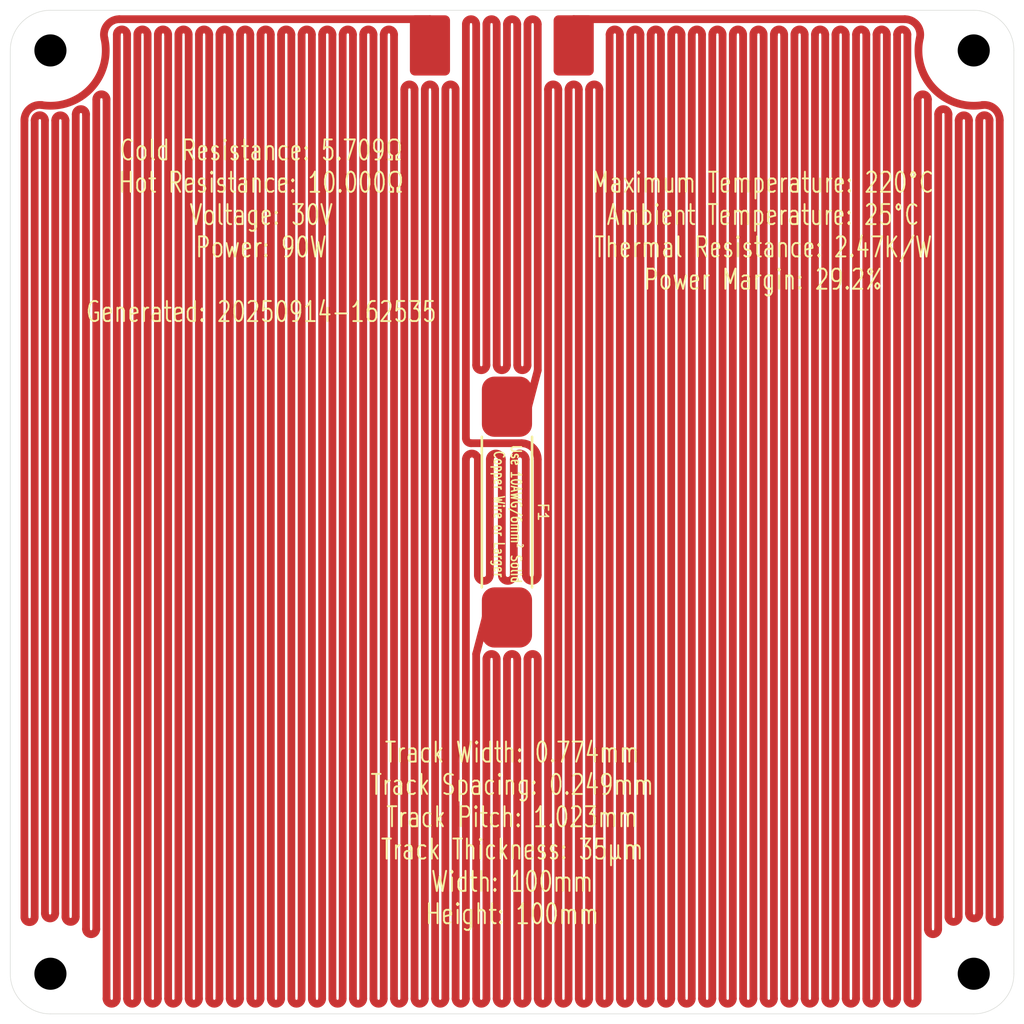
<source format=kicad_pcb>
(kicad_pcb (version 20241229) (generator "pcbnew") (generator_version "9.0")
  (layers (0 "F.Cu" signal) (2 "B.Cu" signal) (13 "F.Paste" user) (15 "B.Paste" user) (5 "F.SilkS" user "F.Silkscreen") (7 "B.SilkS" user "B.Silkscreen") (1 "F.Mask" user) (3 "B.Mask" user) (25 "Edge.Cuts" user))
  (net 0 "")
  (net 1 "Net-(J2-Pin_1)")
  (net 2 "Net-(J1-Pin_1)")
  (footprint "blg:MountingHole_3.2mm_M3_NoPad_TopLarge" (layer "F.Cu") (at 151 59)
    (property "Reference" "REF**" (hide yes))
    (property "Value" "MountingHole_3.2mm_M3_NoPad_TopLarge" (hide yes))
    (pad "" np_thru_hole circle (at 0 0) (size 7.6 7.6) (drill 3.2) (layers))
  )
  (footprint "blg:SMD_PowerConnection_4x6mm" (layer "F.Cu") (at 111.138 58.5 -90)
    (property "Reference" "J2" (hide yes))
    (property "Value" "Hotplate_Power_Connection" (hide yes))
    (pad "1" smd roundrect (at 0 0 270) (size 6 4) (layers "F.Cu" "F.Mask" "F.Paste") (roundrect_rratio 0.125) (net 1 "Net-(J2-Pin_1)"))
  )
  (footprint "blg:MountingHole_3.2mm_M3_NoPad_TopLarge" (layer "F.Cu") (at 59 151)
    (property "Reference" "REF**" (hide yes))
    (property "Value" "MountingHole_3.2mm_M3_NoPad_TopLarge" (hide yes))
    (pad "" np_thru_hole circle (at 0 0) (size 7.6 7.6) (drill 3.2) (layers))
  )
  (footprint "blg:MountingHole_3.2mm_M3_NoPad_TopLarge" (layer "F.Cu") (at 151 151)
    (property "Reference" "REF**" (hide yes))
    (property "Value" "MountingHole_3.2mm_M3_NoPad_TopLarge" (hide yes))
    (pad "" np_thru_hole circle (at 0 0) (size 7.6 7.6) (drill 3.2) (layers))
  )
  (footprint "blg:SMD_PowerConnection_4x6mm" (layer "F.Cu") (at 96.816 58.5 -90)
    (property "Reference" "J1" (hide yes))
    (property "Value" "Hotplate_Power_Connection" (hide yes))
    (pad "1" smd roundrect (at 0 0 270) (size 6 4) (layers "F.Cu" "F.Mask" "F.Paste") (roundrect_rratio 0.125) (net 2 "Net-(J1-Pin_1)"))
  )
  (footprint "blg:Thermal Fuse, Front, 25mm" (layer "F.Cu") (at 104.4885 105 -90)
    (property "Reference" "F1" (at 0 -3.6 270) (layer "F.SilkS"))
    (property "Value" "~")
    (fp_line (start -7.5 2.5) (end 7.5 2.5) (stroke (width 0.25)) (layer "F.SilkS"))
    (fp_line (start -7.5 -2.5) (end 7.5 -2.5) (stroke (width 0.25)) (layer "F.SilkS"))
    (fp_text user "Use 10AWG/6mm  Solid" (at 0.2 -0.9 270) (layer "F.SilkS") (effects (font (size 1 0.75))))
    (fp_text user "2" (at 3.35 -1.3 270) (layer "F.SilkS") (effects (font (size 0.6 0.4) (thickness 0.1))))
    (fp_text user "Copper Wire or Larger" (at 0.2 0.8 270) (layer "F.SilkS") (effects (font (size 1 0.75))))
    (pad "1" smd roundrect (at -10.5 0 270) (size 6 5) (layers "F.Cu" "F.Mask") (net 2 "Net-(J1-Pin_1)"))
    (pad "2" smd roundrect (at 10.5 0 270) (size 6 5) (layers "F.Cu" "F.Mask") (net 1 "Net-(J2-Pin_1)"))
  )
  (footprint "blg:MountingHole_3.2mm_M3_NoPad_TopLarge" (layer "F.Cu") (at 59 59)
    (property "Reference" "REF**" (hide yes))
    (property "Value" "MountingHole_3.2mm_M3_NoPad_TopLarge" (hide yes))
    (pad "" np_thru_hole circle (at 0 0) (size 7.6 7.6) (drill 3.2) (layers))
  )
  (gr_arc (start 55 59) (mid 56.171573 56.171573) (end 59 55) (stroke (width 0.05)) (layer "Edge.Cuts"))
  (gr_line (start 155 59) (end 155 151) (stroke (width 0.05)) (layer "Edge.Cuts"))
  (gr_arc (start 59 155) (mid 56.171573 153.828427) (end 55 151) (stroke (width 0.05)) (layer "Edge.Cuts"))
  (gr_line (start 59 155) (end 151 155) (stroke (width 0.05)) (layer "Edge.Cuts"))
  (gr_line (start 55 59) (end 55 151) (stroke (width 0.05)) (layer "Edge.Cuts"))
  (gr_arc (start 155 151) (mid 153.828427 153.828427) (end 151 155) (stroke (width 0.05)) (layer "Edge.Cuts"))
  (gr_arc (start 151 55) (mid 153.828427 56.171573) (end 155 59) (stroke (width 0.05)) (layer "Edge.Cuts"))
  (gr_line (start 59 55) (end 151 55) (stroke (width 0.05)) (layer "Edge.Cuts"))
  (gr_text "Track Width: 0.774mm\nTrack Spacing: 0.249mm\nTrack Pitch: 1.023mm\nTrack Thickness: 35µm\nWidth: 100mm\nHeight: 100mm" (at 105 137 0) (layer "F.SilkS") (effects (font (size 2 1.5) (thickness 0.1875))))
  (gr_text "Maximum Temperature: 220°C\nAmbient Temperature: 25°C\nThermal Resistance: 2.47K/W\nPower Margin: 29.2%" (at 130 77 0) (layer "F.SilkS") (effects (font (size 2 1.5) (thickness 0.1875))))
  (gr_text "Cold Resistance: 5.709Ω\nHot Resistance: 10.000Ω\nVoltage: 30V\nPower: 90W\n\nGenerated: 20250914-162535" (at 80 77 0) (layer "F.SilkS") (effects (font (size 2 1.5) (thickness 0.1875))))
  (segment (start 109.6035 62.8985) (end 109.6035 153.477) (width 0.773999) (layer "F.Cu") (net 1))
  (segment (start 123.9255 57.4215) (end 123.9255 153.477) (width 0.773999) (layer "F.Cu") (net 1))
  (segment (start 111.138 55.887) (end 111.138 58.5) (width 0.773999) (layer "F.Cu") (net 1))
  (segment (start 149.5005 145.32264) (end 149.5005 65.976386) (width 0.773999) (layer "F.Cu") (net 1))
  (segment (start 105.5115 119.648499) (end 105.5115 153.477) (width 0.773999) (layer "F.Cu") (net 1))
  (segment (start 145.4085 153.477) (end 145.4085 63.882593) (width 0.773999) (layer "F.Cu") (net 1))
  (segment (start 115.7415 57.4215) (end 115.7415 153.477) (width 0.773999) (layer "F.Cu") (net 1))
  (segment (start 118.8105 153.477) (end 118.8105 57.4215) (width 0.773999) (layer "F.Cu") (net 1))
  (segment (start 125.971499 57.4215) (end 125.971499 153.477) (width 0.773999) (layer "F.Cu") (net 1))
  (segment (start 133.1325 153.477) (end 133.1325 57.4215) (width 0.773999) (layer "F.Cu") (net 1))
  (segment (start 137.2245 153.477) (end 137.2245 57.4215) (width 0.773999) (layer "F.Cu") (net 1))
  (segment (start 150.5235 65.976386) (end 150.5235 144.977101) (width 0.773999) (layer "F.Cu") (net 1))
  (segment (start 112.6725 153.477) (end 112.6725 62.8985) (width 0.773999) (layer "F.Cu") (net 1))
  (segment (start 141.3165 153.477) (end 141.3165 57.4215) (width 0.773999) (layer "F.Cu") (net 1))
  (segment (start 108.5805 153.477) (end 108.5805 62.8985) (width 0.773999) (layer "F.Cu") (net 1))
  (segment (start 151.5465 144.977101) (end 151.5465 65.966114) (width 0.773999) (layer "F.Cu") (net 1))
  (segment (start 124.9485 153.477) (end 124.9485 57.4215) (width 0.773999) (layer "F.Cu") (net 1))
  (segment (start 110.6265 153.477) (end 110.6265 62.8985) (width 0.773999) (layer "F.Cu") (net 1))
  (segment (start 101.4195 119.136999) (end 101.4195 153.477) (width 0.773999) (layer "F.Cu") (net 1))
  (segment (start 106.5345 153.477) (end 106.5345 119.648499) (width 0.773999) (layer "F.Cu") (net 1))
  (segment (start 129.0405 153.477) (end 129.0405 57.4215) (width 0.773999) (layer "F.Cu") (net 1))
  (segment (start 140.2935 57.4215) (end 140.2935 153.477) (width 0.773999) (layer "F.Cu") (net 1))
  (segment (start 144.133089 55.887) (end 111.138 55.887) (width 0.773999) (layer "F.Cu") (net 1))
  (segment (start 120.8565 153.477) (end 120.8565 57.4215) (width 0.773999) (layer "F.Cu") (net 1))
  (segment (start 107.5575 119.648499) (end 107.5575 153.477) (width 0.773999) (layer "F.Cu") (net 1))
  (segment (start 132.1095 57.4215) (end 132.1095 153.477) (width 0.773999) (layer "F.Cu") (net 1))
  (segment (start 126.994499 153.477) (end 126.994499 57.4215) (width 0.773999) (layer "F.Cu") (net 1))
  (segment (start 116.7645 153.477) (end 116.7645 57.4215) (width 0.773999) (layer "F.Cu") (net 1))
  (segment (start 152.5695 65.966114) (end 152.5695 145.347923) (width 0.773999) (layer "F.Cu") (net 1))
  (segment (start 113.6955 62.8985) (end 113.6955 153.477) (width 0.773999) (layer "F.Cu") (net 1))
  (segment (start 144.3855 57.4215) (end 144.3855 153.477) (width 0.773999) (layer "F.Cu") (net 1))
  (segment (start 146.4315 63.882593) (end 146.4315 146.548339) (width 0.773999) (layer "F.Cu") (net 1))
  (segment (start 153.5925 145.347923) (end 153.5925 65.966114) (width 0.773999) (layer "F.Cu") (net 1))
  (segment (start 104.4885 153.477) (end 104.4885 119.648499) (width 0.773999) (layer "F.Cu") (net 1))
  (segment (start 122.9025 153.477) (end 122.9025 57.4215) (width 0.773999) (layer "F.Cu") (net 1))
  (segment (start 121.8795 57.4215) (end 121.8795 153.477) (width 0.773999) (layer "F.Cu") (net 1))
  (segment (start 128.0175 57.4215) (end 128.0175 153.477) (width 0.773999) (layer "F.Cu") (net 1))
  (segment (start 143.3625 153.477) (end 143.3625 57.4215) (width 0.773999) (layer "F.Cu") (net 1))
  (segment (start 117.7875 57.4215) (end 117.7875 153.477) (width 0.773999) (layer "F.Cu") (net 1))
  (segment (start 119.8335 57.4215) (end 119.8335 153.477) (width 0.773999) (layer "F.Cu") (net 1))
  (segment (start 136.2015 57.4215) (end 136.2015 153.477) (width 0.773999) (layer "F.Cu") (net 1))
  (segment (start 147.4545 146.548339) (end 147.4545 65.35932) (width 0.773999) (layer "F.Cu") (net 1))
  (segment (start 148.4775 65.35932) (end 148.4775 145.32264) (width 0.773999) (layer "F.Cu") (net 1))
  (segment (start 101.4195 119.136999) (end 102.375499 115.5) (width 0.773999) (layer "F.Cu") (net 1))
  (segment (start 131.0865 153.477) (end 131.0865 57.4215) (width 0.773999) (layer "F.Cu") (net 1))
  (segment (start 102.375499 115.5) (end 104.4885 115.5) (width 0.773999) (layer "F.Cu") (net 1))
  (segment (start 135.1785 153.477) (end 135.1785 57.4215) (width 0.773999) (layer "F.Cu") (net 1))
  (segment (start 142.3395 57.4215) (end 142.3395 153.477) (width 0.773999) (layer "F.Cu") (net 1))
  (segment (start 139.2705 153.477) (end 139.2705 57.4215) (width 0.773999) (layer "F.Cu") (net 1))
  (segment (start 130.0635 57.4215) (end 130.0635 153.477) (width 0.773999) (layer "F.Cu") (net 1))
  (segment (start 102.4425 153.477) (end 102.4425 119.648499) (width 0.773999) (layer "F.Cu") (net 1))
  (segment (start 138.2475 57.4215) (end 138.2475 153.477) (width 0.773999) (layer "F.Cu") (net 1))
  (segment (start 111.6495 62.8985) (end 111.6495 153.477) (width 0.773999) (layer "F.Cu") (net 1))
  (segment (start 134.155499 57.4215) (end 134.155499 153.477) (width 0.773999) (layer "F.Cu") (net 1))
  (segment (start 114.7185 153.477) (end 114.7185 57.4215) (width 0.773999) (layer "F.Cu") (net 1))
  (segment (start 103.4655 119.648499) (end 103.4655 153.477) (width 0.773999) (layer "F.Cu") (net 1))
  (arc (start 134.155499 153.477) (mid 134.666999 153.9885) (end 135.1785 153.477) (width 0.773999) (layer "F.Cu") (net 1))
  (arc (start 102.4425 119.648499) (mid 102.954 119.136999) (end 103.4655 119.648499) (width 0.773999) (layer "F.Cu") (net 1))
  (arc (start 106.5345 119.648499) (mid 107.045999 119.136999) (end 107.5575 119.648499) (width 0.773999) (layer "F.Cu") (net 1))
  (arc (start 107.5575 153.477) (mid 108.069 153.9885) (end 108.5805 153.477) (width 0.773999) (layer "F.Cu") (net 1))
  (arc (start 113.6955 153.477) (mid 114.207 153.9885) (end 114.7185 153.477) (width 0.773999) (layer "F.Cu") (net 1))
  (arc (start 150.5235 144.977101) (mid 151.035 145.488601) (end 151.5465 144.977101) (width 0.773999) (layer "F.Cu") (net 1))
  (arc (start 145.4085 63.882593) (mid 145.92 63.371093) (end 146.4315 63.882593) (width 0.773999) (layer "F.Cu") (net 1))
  (arc (start 139.2705 57.4215) (mid 139.781999 56.91) (end 140.2935 57.4215) (width 0.773999) (layer "F.Cu") (net 1))
  (arc (start 151.827585 64.449012) (mid 146.958998 62.747924) (end 145.628587 57.76527) (width 0.773999) (layer "F.Cu") (net 1))
  (arc (start 148.4775 145.32264) (mid 148.988999 145.83414) (end 149.5005 145.32264) (width 0.773999) (layer "F.Cu") (net 1))
  (arc (start 137.2245 57.4215) (mid 137.736 56.91) (end 138.2475 57.4215) (width 0.773999) (layer "F.Cu") (net 1))
  (arc (start 111.6495 153.477) (mid 112.161 153.9885) (end 112.6725 153.477) (width 0.773999) (layer "F.Cu") (net 1))
  (arc (start 112.6725 62.8985) (mid 113.184 62.387) (end 113.6955 62.8985) (width 0.773999) (layer "F.Cu") (net 1))
  (arc (start 109.6035 153.477) (mid 110.115 153.9885) (end 110.6265 153.477) (width 0.773999) (layer "F.Cu") (net 1))
  (arc (start 152.5695 145.347923) (mid 153.081 145.859423) (end 153.5925 145.347923) (width 0.773999) (layer "F.Cu") (net 1))
  (arc (start 141.3165 57.4215) (mid 141.827999 56.91) (end 142.3395 57.4215) (width 0.773999) (layer "F.Cu") (net 1))
  (arc (start 126.994499 57.4215) (mid 127.505999 56.91) (end 128.0175 57.4215) (width 0.773999) (layer "F.Cu") (net 1))
  (arc (start 104.4885 119.648499) (mid 105 119.136999) (end 105.5115 119.648499) (width 0.773999) (layer "F.Cu") (net 1))
  (arc (start 133.1325 57.4215) (mid 133.643999 56.91) (end 134.155499 57.4215) (width 0.773999) (layer "F.Cu") (net 1))
  (arc (start 122.9025 57.4215) (mid 123.414 56.91) (end 123.9255 57.4215) (width 0.773999) (layer "F.Cu") (net 1))
  (arc (start 135.1785 57.4215) (mid 135.69 56.91) (end 136.2015 57.4215) (width 0.773999) (layer "F.Cu") (net 1))
  (arc (start 130.0635 153.477) (mid 130.574999 153.9885) (end 131.0865 153.477) (width 0.773999) (layer "F.Cu") (net 1))
  (arc (start 110.6265 62.8985) (mid 111.138 62.387) (end 111.6495 62.8985) (width 0.773999) (layer "F.Cu") (net 1))
  (arc (start 146.4315 146.548339) (mid 146.942999 147.059839) (end 147.4545 146.548339) (width 0.773999) (layer "F.Cu") (net 1))
  (arc (start 136.2015 153.477) (mid 136.713 153.9885) (end 137.2245 153.477) (width 0.773999) (layer "F.Cu") (net 1))
  (arc (start 128.0175 153.477) (mid 128.529 153.9885) (end 129.0405 153.477) (width 0.773999) (layer "F.Cu") (net 1))
  (arc (start 123.9255 153.477) (mid 124.437 153.9885) (end 124.9485 153.477) (width 0.773999) (layer "F.Cu") (net 1))
  (arc (start 105.5115 153.477) (mid 106.023 153.9885) (end 106.5345 153.477) (width 0.773999) (layer "F.Cu") (net 1))
  (arc (start 115.7415 153.477) (mid 116.253 153.9885) (end 116.7645 153.477) (width 0.773999) (layer "F.Cu") (net 1))
  (arc (start 147.4545 65.35932) (mid 147.965999 64.84782) (end 148.4775 65.35932) (width 0.773999) (layer "F.Cu") (net 1))
  (arc (start 118.8105 57.4215) (mid 119.322 56.91) (end 119.8335 57.4215) (width 0.773999) (layer "F.Cu") (net 1))
  (arc (start 108.5805 62.8985) (mid 109.092 62.387) (end 109.6035 62.8985) (width 0.773999) (layer "F.Cu") (net 1))
  (arc (start 121.8795 153.477) (mid 122.391 153.9885) (end 122.9025 153.477) (width 0.773999) (layer "F.Cu") (net 1))
  (arc (start 125.971499 153.477) (mid 126.482999 153.9885) (end 126.994499 153.477) (width 0.773999) (layer "F.Cu") (net 1))
  (arc (start 140.2935 153.477) (mid 140.804999 153.9885) (end 141.3165 153.477) (width 0.773999) (layer "F.Cu") (net 1))
  (arc (start 138.2475 153.477) (mid 138.759 153.9885) (end 139.2705 153.477) (width 0.773999) (layer "F.Cu") (net 1))
  (arc (start 149.5005 65.976386) (mid 150.012 65.464886) (end 150.5235 65.976386) (width 0.773999) (layer "F.Cu") (net 1))
  (arc (start 120.8565 57.4215) (mid 121.368 56.91) (end 121.8795 57.4215) (width 0.773999) (layer "F.Cu") (net 1))
  (arc (start 119.8335 153.477) (mid 120.345 153.9885) (end 120.8565 153.477) (width 0.773999) (layer "F.Cu") (net 1))
  (arc (start 153.5925 65.966114) (mid 153.199334 64.940421) (end 151.827585 64.449012) (width 0.773999) (layer "F.Cu") (net 1))
  (arc (start 131.0865 57.4215) (mid 131.597999 56.91) (end 132.1095 57.4215) (width 0.773999) (layer "F.Cu") (net 1))
  (arc (start 143.3625 57.4215) (mid 143.874 56.91) (end 144.3855 57.4215) (width 0.773999) (layer "F.Cu") (net 1))
  (arc (start 116.7645 57.4215) (mid 117.276 56.91) (end 117.7875 57.4215) (width 0.773999) (layer "F.Cu") (net 1))
  (arc (start 151.5465 65.966114) (mid 152.058 65.454614) (end 152.5695 65.966114) (width 0.773999) (layer "F.Cu") (net 1))
  (arc (start 132.1095 153.477) (mid 132.620999 153.9885) (end 133.1325 153.477) (width 0.773999) (layer "F.Cu") (net 1))
  (arc (start 103.4655 153.477) (mid 103.977 153.9885) (end 104.4885 153.477) (width 0.773999) (layer "F.Cu") (net 1))
  (arc (start 142.3395 153.477) (mid 142.851 153.9885) (end 143.3625 153.477) (width 0.773999) (layer "F.Cu") (net 1))
  (arc (start 114.7185 57.4215) (mid 115.23 56.91) (end 115.7415 57.4215) (width 0.773999) (layer "F.Cu") (net 1))
  (arc (start 144.133089 55.887) (mid 145.333549 56.465682) (end 145.628587 57.76527) (width 0.773999) (layer "F.Cu") (net 1))
  (arc (start 124.9485 57.4215) (mid 125.46 56.91) (end 125.971499 57.4215) (width 0.773999) (layer "F.Cu") (net 1))
  (arc (start 117.7875 153.477) (mid 118.299 153.9885) (end 118.8105 153.477) (width 0.773999) (layer "F.Cu") (net 1))
  (arc (start 144.3855 153.477) (mid 144.897 153.9885) (end 145.4085 153.477) (width 0.773999) (layer "F.Cu") (net 1))
  (arc (start 129.0405 57.4215) (mid 129.551999 56.91) (end 130.0635 57.4215) (width 0.773999) (layer "F.Cu") (net 1))
  (arc (start 101.4195 153.477) (mid 101.931 153.9885) (end 102.4425 153.477) (width 0.773999) (layer "F.Cu") (net 1))
  (segment (start 101.59 111.26625) (end 101.59 99.75675) (width 0.773999) (layer "F.Cu") (net 2))
  (segment (start 64.5915 153.477) (end 64.5915 63.882593) (width 0.773999) (layer "F.Cu") (net 2))
  (segment (start 86.0745 57.4215) (end 86.0745 153.477) (width 0.773999) (layer "F.Cu") (net 2))
  (segment (start 92.212499 57.4215) (end 92.212499 153.477) (width 0.773999) (layer "F.Cu") (net 2))
  (segment (start 106.364 111.26625) (end 106.364 99.75675) (width 0.773999) (layer "F.Cu") (net 2))
  (segment (start 81.9825 57.4215) (end 81.9825 153.477) (width 0.773999) (layer "F.Cu") (net 2))
  (segment (start 107.5575 90.863) (end 106.6015 94.5) (width 0.773999) (layer "F.Cu") (net 2))
  (segment (start 99.3735 153.477) (end 99.3735 62.8985) (width 0.773999) (layer "F.Cu") (net 2))
  (segment (start 106.5345 56.3985) (end 106.5345 90.3515) (width 0.773999) (layer "F.Cu") (net 2))
  (segment (start 72.7755 153.477) (end 72.7755 57.4215) (width 0.773999) (layer "F.Cu") (net 2))
  (segment (start 59.476499 65.976386) (end 59.476499 144.977101) (width 0.773999) (layer "F.Cu") (net 2))
  (segment (start 95.2815 153.477) (end 95.2815 62.8985) (width 0.773999) (layer "F.Cu") (net 2))
  (segment (start 102.7835 99.75675) (end 102.7835 111.26625) (width 0.773999) (layer "F.Cu") (net 2))
  (segment (start 103.4655 90.3515) (end 103.4655 56.3985) (width 0.773999) (layer "F.Cu") (net 2))
  (segment (start 66.6375 153.477) (end 66.6375 57.4215) (width 0.773999) (layer "F.Cu") (net 2))
  (segment (start 102.4425 56.3985) (end 102.4425 90.3515) (width 0.773999) (layer "F.Cu") (net 2))
  (segment (start 96.816 55.887) (end 96.816 58.5) (width 0.773999) (layer "F.Cu") (net 2))
  (segment (start 101.4195 90.3515) (end 101.4195 56.3985) (width 0.773999) (layer "F.Cu") (net 2))
  (segment (start 93.2355 153.477) (end 93.2355 57.4215) (width 0.773999) (layer "F.Cu") (net 2))
  (segment (start 90.1665 57.4215) (end 90.1665 153.477) (width 0.773999) (layer "F.Cu") (net 2))
  (segment (start 106.6015 94.5) (end 104.4885 94.5) (width 0.773999) (layer "F.Cu") (net 2))
  (segment (start 91.1895 153.477) (end 91.1895 57.4215) (width 0.773999) (layer "F.Cu") (net 2))
  (segment (start 58.4535 144.977101) (end 58.4535 65.966114) (width 0.773999) (layer "F.Cu") (net 2))
  (segment (start 80.959499 153.477) (end 80.959499 57.4215) (width 0.773999) (layer "F.Cu") (net 2))
  (segment (start 107.5575 99.75675) (end 107.5575 111.26625) (width 0.773999) (layer "F.Cu") (net 2))
  (segment (start 78.9135 153.477) (end 78.9135 57.4215) (width 0.773999) (layer "F.Cu") (net 2))
  (segment (start 104.4885 56.3985) (end 104.4885 90.3515) (width 0.773999) (layer "F.Cu") (net 2))
  (segment (start 105.1705 99.75675) (end 105.1705 111.26625) (width 0.773999) (layer "F.Cu") (net 2))
  (segment (start 76.8675 153.477) (end 76.8675 57.4215) (width 0.773999) (layer "F.Cu") (net 2))
  (segment (start 62.5455 146.548339) (end 62.5455 65.35932) (width 0.773999) (layer "F.Cu") (net 2))
  (segment (start 70.7295 153.477) (end 70.7295 57.4215) (width 0.773999) (layer "F.Cu") (net 2))
  (segment (start 107.5575 90.863) (end 107.5575 56.3985) (width 0.773999) (layer "F.Cu") (net 2))
  (segment (start 61.522499 65.35932) (end 61.522499 145.32264) (width 0.773999) (layer "F.Cu") (net 2))
  (segment (start 57.430499 65.966114) (end 57.430499 145.347923) (width 0.773999) (layer "F.Cu") (net 2))
  (segment (start 71.7525 57.4215) (end 71.7525 153.477) (width 0.773999) (layer "F.Cu") (net 2))
  (segment (start 68.6835 153.477) (end 68.6835 57.4215) (width 0.773999) (layer "F.Cu") (net 2))
  (segment (start 56.4075 145.347923) (end 56.4075 65.966114) (width 0.773999) (layer "F.Cu") (net 2))
  (segment (start 85.0515 153.477) (end 85.0515 57.4215) (width 0.773999) (layer "F.Cu") (net 2))
  (segment (start 97.3275 153.477) (end 97.3275 62.8985) (width 0.773999) (layer "F.Cu") (net 2))
  (segment (start 87.0975 153.477) (end 87.0975 57.4215) (width 0.773999) (layer "F.Cu") (net 2))
  (segment (start 88.1205 57.4215) (end 88.1205 153.477) (width 0.773999) (layer "F.Cu") (net 2))
  (segment (start 100.3965 56.3985) (end 100.3965 97.6255) (width 0.773999) (layer "F.Cu") (net 2))
  (segment (start 84.0285 57.4215) (end 84.0285 153.477) (width 0.773999) (layer "F.Cu") (net 2))
  (segment (start 83.0055 153.477) (end 83.0055 57.4215) (width 0.773999) (layer "F.Cu") (net 2))
  (segment (start 100.3965 99.75675) (end 100.3965 153.477) (width 0.773999) (layer "F.Cu") (net 2))
  (segment (start 65.86691 55.887) (end 96.816 55.887) (width 0.773999) (layer "F.Cu") (net 2))
  (segment (start 94.2585 62.8985) (end 94.2585 153.477) (width 0.773999) (layer "F.Cu") (net 2))
  (segment (start 75.8445 57.4215) (end 75.8445 153.477) (width 0.773999) (layer "F.Cu") (net 2))
  (segment (start 63.5685 63.882593) (end 63.5685 146.548339) (width 0.773999) (layer "F.Cu") (net 2))
  (segment (start 105.5115 90.3515) (end 105.5115 56.3985) (width 0.773999) (layer "F.Cu") (net 2))
  (segment (start 60.4995 145.32264) (end 60.4995 65.976386) (width 0.773999) (layer "F.Cu") (net 2))
  (segment (start 79.9365 57.4215) (end 79.9365 153.477) (width 0.773999) (layer "F.Cu") (net 2))
  (segment (start 69.706499 57.4215) (end 69.706499 153.477) (width 0.773999) (layer "F.Cu") (net 2))
  (segment (start 73.7985 57.4215) (end 73.7985 153.477) (width 0.773999) (layer "F.Cu") (net 2))
  (segment (start 103.977 111.26625) (end 103.977 99.75675) (width 0.773999) (layer "F.Cu") (net 2))
  (segment (start 100.908 98.137) (end 105.93775 98.137) (width 0.773999) (layer "F.Cu") (net 2))
  (segment (start 65.614499 57.4215) (end 65.614499 153.477) (width 0.773999) (layer "F.Cu") (net 2))
  (segment (start 67.6605 57.4215) (end 67.6605 153.477) (width 0.773999) (layer "F.Cu") (net 2))
  (segment (start 77.8905 57.4215) (end 77.8905 153.477) (width 0.773999) (layer "F.Cu") (net 2))
  (segment (start 74.8215 153.477) (end 74.8215 57.4215) (width 0.773999) (layer "F.Cu") (net 2))
  (segment (start 96.3045 62.8985) (end 96.3045 153.477) (width 0.773999) (layer "F.Cu") (net 2))
  (segment (start 89.1435 153.477) (end 89.1435 57.4215) (width 0.773999) (layer "F.Cu") (net 2))
  (segment (start 98.3505 62.8985) (end 98.3505 153.477) (width 0.773999) (layer "F.Cu") (net 2))
  (arc (start 106.5345 90.3515) (mid 106.023 90.863) (end 105.5115 90.3515) (width 0.773999) (layer "F.Cu") (net 2))
  (arc (start 56.4075 65.966114) (mid 56.800665 64.940421) (end 58.172414 64.449012) (width 0.773999) (layer "F.Cu") (net 2))
  (arc (start 89.1435 57.4215) (mid 88.632 56.91) (end 88.1205 57.4215) (width 0.773999) (layer "F.Cu") (net 2))
  (arc (start 106.364 99.75675) (mid 105.767249 99.16) (end 105.1705 99.75675) (width 0.773999) (layer "F.Cu") (net 2))
  (arc (start 79.9365 153.477) (mid 79.425 153.9885) (end 78.9135 153.477) (width 0.773999) (layer "F.Cu") (net 2))
  (arc (start 98.3505 153.477) (mid 97.839 153.9885) (end 97.3275 153.477) (width 0.773999) (layer "F.Cu") (net 2))
  (arc (start 58.4535 65.966114) (mid 57.942 65.454614) (end 57.430499 65.966114) (width 0.773999) (layer "F.Cu") (net 2))
  (arc (start 86.0745 153.477) (mid 85.563 153.9885) (end 85.0515 153.477) (width 0.773999) (layer "F.Cu") (net 2))
  (arc (start 58.172414 64.449012) (mid 63.041001 62.747924) (end 64.371412 57.76527) (width 0.773999) (layer "F.Cu") (net 2))
  (arc (start 60.4995 65.976386) (mid 59.988 65.464886) (end 59.476499 65.976386) (width 0.773999) (layer "F.Cu") (net 2))
  (arc (start 70.7295 57.4215) (mid 70.218 56.91) (end 69.706499 57.4215) (width 0.773999) (layer "F.Cu") (net 2))
  (arc (start 93.2355 57.4215) (mid 92.724 56.91) (end 92.212499 57.4215) (width 0.773999) (layer "F.Cu") (net 2))
  (arc (start 105.1705 111.26625) (mid 104.573749 111.862999) (end 103.977 111.26625) (width 0.773999) (layer "F.Cu") (net 2))
  (arc (start 100.908 98.137) (mid 100.546314 97.987185) (end 100.3965 97.6255) (width 0.773999) (layer "F.Cu") (net 2))
  (arc (start 104.4885 90.3515) (mid 103.977 90.863) (end 103.4655 90.3515) (width 0.773999) (layer "F.Cu") (net 2))
  (arc (start 100.3965 153.477) (mid 99.885 153.9885) (end 99.3735 153.477) (width 0.773999) (layer "F.Cu") (net 2))
  (arc (start 99.3735 62.8985) (mid 98.862 62.387) (end 98.3505 62.8985) (width 0.773999) (layer "F.Cu") (net 2))
  (arc (start 63.5685 146.548339) (mid 63.057 147.059839) (end 62.5455 146.548339) (width 0.773999) (layer "F.Cu") (net 2))
  (arc (start 73.7985 153.477) (mid 73.286999 153.9885) (end 72.7755 153.477) (width 0.773999) (layer "F.Cu") (net 2))
  (arc (start 62.5455 65.35932) (mid 62.034 64.84782) (end 61.522499 65.35932) (width 0.773999) (layer "F.Cu") (net 2))
  (arc (start 72.7755 57.4215) (mid 72.264 56.91) (end 71.7525 57.4215) (width 0.773999) (layer "F.Cu") (net 2))
  (arc (start 105.5115 56.3985) (mid 105 55.887) (end 104.4885 56.3985) (width 0.773999) (layer "F.Cu") (net 2))
  (arc (start 64.5915 63.882593) (mid 64.08 63.371093) (end 63.5685 63.882593) (width 0.773999) (layer "F.Cu") (net 2))
  (arc (start 103.977 99.75675) (mid 103.380249 99.16) (end 102.7835 99.75675) (width 0.773999) (layer "F.Cu") (net 2))
  (arc (start 105.93775 98.137) (mid 107.083086 98.611413) (end 107.5575 99.75675) (width 0.773999) (layer "F.Cu") (net 2))
  (arc (start 92.212499 153.477) (mid 91.701 153.9885) (end 91.1895 153.477) (width 0.773999) (layer "F.Cu") (net 2))
  (arc (start 77.8905 153.477) (mid 77.379 153.9885) (end 76.8675 153.477) (width 0.773999) (layer "F.Cu") (net 2))
  (arc (start 76.8675 57.4215) (mid 76.356 56.91) (end 75.8445 57.4215) (width 0.773999) (layer "F.Cu") (net 2))
  (arc (start 107.5575 111.26625) (mid 106.960749 111.862999) (end 106.364 111.26625) (width 0.773999) (layer "F.Cu") (net 2))
  (arc (start 84.0285 153.477) (mid 83.517 153.9885) (end 83.0055 153.477) (width 0.773999) (layer "F.Cu") (net 2))
  (arc (start 66.6375 57.4215) (mid 66.125999 56.91) (end 65.614499 57.4215) (width 0.773999) (layer "F.Cu") (net 2))
  (arc (start 68.6835 57.4215) (mid 68.172 56.91) (end 67.6605 57.4215) (width 0.773999) (layer "F.Cu") (net 2))
  (arc (start 59.476499 144.977101) (mid 58.965 145.488601) (end 58.4535 144.977101) (width 0.773999) (layer "F.Cu") (net 2))
  (arc (start 65.614499 153.477) (mid 65.102999 153.9885) (end 64.5915 153.477) (width 0.773999) (layer "F.Cu") (net 2))
  (arc (start 80.959499 57.4215) (mid 80.448 56.91) (end 79.9365 57.4215) (width 0.773999) (layer "F.Cu") (net 2))
  (arc (start 81.9825 153.477) (mid 81.471 153.9885) (end 80.959499 153.477) (width 0.773999) (layer "F.Cu") (net 2))
  (arc (start 69.706499 153.477) (mid 69.195 153.9885) (end 68.6835 153.477) (width 0.773999) (layer "F.Cu") (net 2))
  (arc (start 90.1665 153.477) (mid 89.655 153.9885) (end 89.1435 153.477) (width 0.773999) (layer "F.Cu") (net 2))
  (arc (start 78.9135 57.4215) (mid 78.402 56.91) (end 77.8905 57.4215) (width 0.773999) (layer "F.Cu") (net 2))
  (arc (start 96.3045 153.477) (mid 95.792999 153.9885) (end 95.2815 153.477) (width 0.773999) (layer "F.Cu") (net 2))
  (arc (start 94.2585 153.477) (mid 93.747 153.9885) (end 93.2355 153.477) (width 0.773999) (layer "F.Cu") (net 2))
  (arc (start 101.4195 56.3985) (mid 100.908 55.887) (end 100.3965 56.3985) (width 0.773999) (layer "F.Cu") (net 2))
  (arc (start 67.6605 153.477) (mid 67.149 153.9885) (end 66.6375 153.477) (width 0.773999) (layer "F.Cu") (net 2))
  (arc (start 97.3275 62.8985) (mid 96.816 62.387) (end 96.3045 62.8985) (width 0.773999) (layer "F.Cu") (net 2))
  (arc (start 61.522499 145.32264) (mid 61.010999 145.83414) (end 60.4995 145.32264) (width 0.773999) (layer "F.Cu") (net 2))
  (arc (start 102.4425 90.3515) (mid 101.931 90.863) (end 101.4195 90.3515) (width 0.773999) (layer "F.Cu") (net 2))
  (arc (start 102.7835 111.26625) (mid 102.186749 111.862999) (end 101.59 111.26625) (width 0.773999) (layer "F.Cu") (net 2))
  (arc (start 75.8445 153.477) (mid 75.333 153.9885) (end 74.8215 153.477) (width 0.773999) (layer "F.Cu") (net 2))
  (arc (start 103.4655 56.3985) (mid 102.954 55.887) (end 102.4425 56.3985) (width 0.773999) (layer "F.Cu") (net 2))
  (arc (start 65.86691 55.887) (mid 64.66645 56.465682) (end 64.371412 57.76527) (width 0.773999) (layer "F.Cu") (net 2))
  (arc (start 83.0055 57.4215) (mid 82.494 56.91) (end 81.9825 57.4215) (width 0.773999) (layer "F.Cu") (net 2))
  (arc (start 71.7525 153.477) (mid 71.241 153.9885) (end 70.7295 153.477) (width 0.773999) (layer "F.Cu") (net 2))
  (arc (start 107.5575 56.3985) (mid 107.045999 55.887) (end 106.5345 56.3985) (width 0.773999) (layer "F.Cu") (net 2))
  (arc (start 85.0515 57.4215) (mid 84.539999 56.91) (end 84.0285 57.4215) (width 0.773999) (layer "F.Cu") (net 2))
  (arc (start 87.0975 57.4215) (mid 86.586 56.91) (end 86.0745 57.4215) (width 0.773999) (layer "F.Cu") (net 2))
  (arc (start 57.430499 145.347923) (mid 56.919 145.859423) (end 56.4075 145.347923) (width 0.773999) (layer "F.Cu") (net 2))
  (arc (start 101.59 99.75675) (mid 100.993249 99.16) (end 100.3965 99.75675) (width 0.773999) (layer "F.Cu") (net 2))
  (arc (start 95.2815 62.8985) (mid 94.77 62.387) (end 94.2585 62.8985) (width 0.773999) (layer "F.Cu") (net 2))
  (arc (start 91.1895 57.4215) (mid 90.678 56.91) (end 90.1665 57.4215) (width 0.773999) (layer "F.Cu") (net 2))
  (arc (start 88.1205 153.477) (mid 87.609 153.9885) (end 87.0975 153.477) (width 0.773999) (layer "F.Cu") (net 2))
  (arc (start 74.8215 57.4215) (mid 74.31 56.91) (end 73.7985 57.4215) (width 0.773999) (layer "F.Cu") (net 2))
)
</source>
